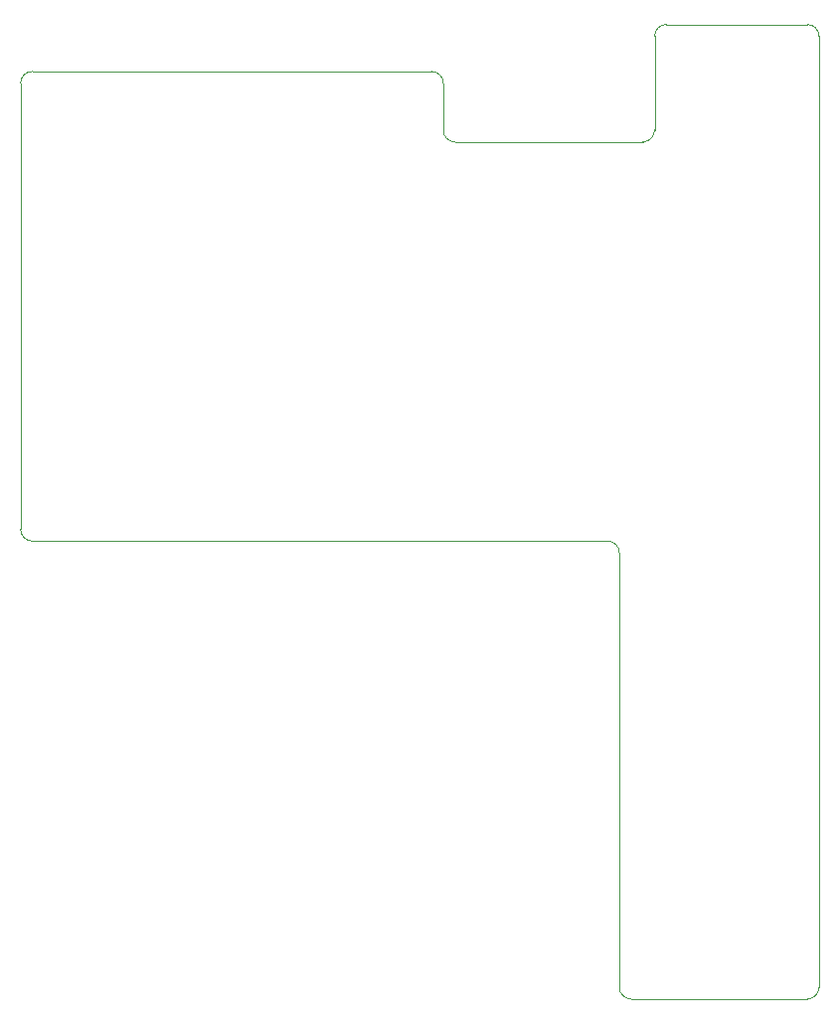
<source format=gbr>
G04 #@! TF.GenerationSoftware,KiCad,Pcbnew,7.0.9-7.0.9~ubuntu22.04.1*
G04 #@! TF.CreationDate,2023-12-12T21:19:09-05:00*
G04 #@! TF.ProjectId,tt03-tester,74743033-2d74-4657-9374-65722e6b6963,rev?*
G04 #@! TF.SameCoordinates,PX41cdb40PY623a7c0*
G04 #@! TF.FileFunction,Profile,NP*
%FSLAX46Y46*%
G04 Gerber Fmt 4.6, Leading zero omitted, Abs format (unit mm)*
G04 Created by KiCad (PCBNEW 7.0.9-7.0.9~ubuntu22.04.1) date 2023-12-12 21:19:09*
%MOMM*%
%LPD*%
G01*
G04 APERTURE LIST*
G04 #@! TA.AperFunction,Profile*
%ADD10C,0.100000*%
G04 #@! TD*
G04 APERTURE END LIST*
D10*
X0Y78000000D02*
X0Y40000000D01*
X51000000Y1000000D02*
G75*
G03*
X52000000Y0I1000000J0D01*
G01*
X52000000Y0D02*
X67000000Y0D01*
X68000000Y1000000D02*
X68000000Y82000000D01*
X54000000Y82000000D02*
X54000000Y74000000D01*
X67000000Y0D02*
G75*
G03*
X68000000Y1000000I0J1000000D01*
G01*
X0Y40000000D02*
G75*
G03*
X1000000Y39000000I1000000J0D01*
G01*
X68000000Y82000000D02*
G75*
G03*
X67000000Y83000000I-1000000J0D01*
G01*
X51000000Y38000000D02*
G75*
G03*
X50000000Y39000000I-1000000J0D01*
G01*
X1000000Y79000000D02*
G75*
G03*
X0Y78000000I0J-1000000D01*
G01*
X36000000Y74000000D02*
G75*
G03*
X37000000Y73000000I1000000J0D01*
G01*
X35000000Y79000000D02*
X1000000Y79000000D01*
X36000000Y74000000D02*
X36000000Y78000000D01*
X1000000Y39000000D02*
X50000000Y39000000D01*
X36000000Y78000000D02*
G75*
G03*
X35000000Y79000000I-1000000J0D01*
G01*
X55000000Y83000000D02*
G75*
G03*
X54000000Y82000000I0J-1000000D01*
G01*
X53000000Y73000000D02*
G75*
G03*
X54000000Y74000000I0J1000000D01*
G01*
X51000000Y38000000D02*
X51000000Y1000000D01*
X53000000Y73000000D02*
X37000000Y73000000D01*
X67000000Y83000000D02*
X55000000Y83000000D01*
M02*

</source>
